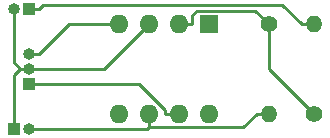
<source format=gbr>
%TF.GenerationSoftware,KiCad,Pcbnew,5.1.6-c6e7f7d~86~ubuntu20.04.1*%
%TF.CreationDate,2020-06-06T21:26:27+05:30*%
%TF.ProjectId,Inverting Amplifier,496e7665-7274-4696-9e67-20416d706c69,rev?*%
%TF.SameCoordinates,Original*%
%TF.FileFunction,Copper,L1,Top*%
%TF.FilePolarity,Positive*%
%FSLAX46Y46*%
G04 Gerber Fmt 4.6, Leading zero omitted, Abs format (unit mm)*
G04 Created by KiCad (PCBNEW 5.1.6-c6e7f7d~86~ubuntu20.04.1) date 2020-06-06 21:26:27*
%MOMM*%
%LPD*%
G01*
G04 APERTURE LIST*
%TA.AperFunction,ComponentPad*%
%ADD10O,1.000000X1.000000*%
%TD*%
%TA.AperFunction,ComponentPad*%
%ADD11R,1.000000X1.000000*%
%TD*%
%TA.AperFunction,ComponentPad*%
%ADD12R,1.600000X1.600000*%
%TD*%
%TA.AperFunction,ComponentPad*%
%ADD13O,1.600000X1.600000*%
%TD*%
%TA.AperFunction,ComponentPad*%
%ADD14C,1.400000*%
%TD*%
%TA.AperFunction,ComponentPad*%
%ADD15O,1.400000X1.400000*%
%TD*%
%TA.AperFunction,Conductor*%
%ADD16C,0.250000*%
%TD*%
G04 APERTURE END LIST*
D10*
%TO.P,J3,3*%
%TO.N,-12V*%
X113030000Y-90170000D03*
%TO.P,J3,2*%
%TO.N,GND*%
X113030000Y-91440000D03*
D11*
%TO.P,J3,1*%
%TO.N,+12V*%
X113030000Y-92710000D03*
%TD*%
D10*
%TO.P,J2,2*%
%TO.N,Net-(J2-Pad2)*%
X113030000Y-96520000D03*
D11*
%TO.P,J2,1*%
%TO.N,GND*%
X111760000Y-96520000D03*
%TD*%
D10*
%TO.P,J1,2*%
%TO.N,GND*%
X111760000Y-86360000D03*
D11*
%TO.P,J1,1*%
%TO.N,Net-(J1-Pad1)*%
X113030000Y-86360000D03*
%TD*%
D12*
%TO.P,U1,1*%
%TO.N,Net-(U1-Pad1)*%
X128270000Y-87630000D03*
D13*
%TO.P,U1,5*%
%TO.N,Net-(U1-Pad5)*%
X120650000Y-95250000D03*
%TO.P,U1,2*%
%TO.N,Net-(R1-Pad1)*%
X125730000Y-87630000D03*
%TO.P,U1,6*%
%TO.N,Net-(J2-Pad2)*%
X123190000Y-95250000D03*
%TO.P,U1,3*%
%TO.N,GND*%
X123190000Y-87630000D03*
%TO.P,U1,7*%
%TO.N,+12V*%
X125730000Y-95250000D03*
%TO.P,U1,4*%
%TO.N,-12V*%
X120650000Y-87630000D03*
%TO.P,U1,8*%
%TO.N,Net-(U1-Pad8)*%
X128270000Y-95250000D03*
%TD*%
D14*
%TO.P,R2,1*%
%TO.N,Net-(R1-Pad1)*%
X133350000Y-87630000D03*
D15*
%TO.P,R2,2*%
%TO.N,Net-(J2-Pad2)*%
X133350000Y-95250000D03*
%TD*%
%TO.P,R1,2*%
%TO.N,Net-(J1-Pad1)*%
X137160000Y-87630000D03*
D14*
%TO.P,R1,1*%
%TO.N,Net-(R1-Pad1)*%
X137160000Y-95250000D03*
%TD*%
D16*
%TO.N,GND*%
X119380000Y-91440000D02*
X123190000Y-87630000D01*
X113030000Y-91440000D02*
X119380000Y-91440000D01*
X112322894Y-91440000D02*
X113030000Y-91440000D01*
X111760000Y-92002894D02*
X112322894Y-91440000D01*
X111760000Y-96520000D02*
X111760000Y-92002894D01*
X111760000Y-90877106D02*
X112322894Y-91440000D01*
X111760000Y-86360000D02*
X111760000Y-90877106D01*
%TO.N,Net-(J1-Pad1)*%
X113030000Y-86360000D02*
X113855300Y-86360000D01*
X137160000Y-87630000D02*
X136134700Y-87630000D01*
X136134700Y-87630000D02*
X134507700Y-86003000D01*
X134507700Y-86003000D02*
X114212300Y-86003000D01*
X114212300Y-86003000D02*
X113855300Y-86360000D01*
%TO.N,Net-(J2-Pad2)*%
X132324700Y-95250000D02*
X131199400Y-96375300D01*
X131199400Y-96375300D02*
X123190000Y-96375300D01*
X123190000Y-96375300D02*
X123045300Y-96520000D01*
X123045300Y-96520000D02*
X113855300Y-96520000D01*
X123190000Y-95250000D02*
X123190000Y-96375300D01*
X113030000Y-96520000D02*
X113855300Y-96520000D01*
X133350000Y-95250000D02*
X132324700Y-95250000D01*
%TO.N,-12V*%
X113030000Y-90170000D02*
X113855300Y-90170000D01*
X120650000Y-87630000D02*
X116395300Y-87630000D01*
X116395300Y-87630000D02*
X113855300Y-90170000D01*
%TO.N,+12V*%
X125730000Y-95250000D02*
X124604700Y-95250000D01*
X124604700Y-95250000D02*
X124604700Y-94968700D01*
X124604700Y-94968700D02*
X122346000Y-92710000D01*
X122346000Y-92710000D02*
X113030000Y-92710000D01*
%TO.N,Net-(R1-Pad1)*%
X126855300Y-87630000D02*
X126855300Y-86926600D01*
X126855300Y-86926600D02*
X127277200Y-86504700D01*
X127277200Y-86504700D02*
X132224700Y-86504700D01*
X132224700Y-86504700D02*
X133350000Y-87630000D01*
X125730000Y-87630000D02*
X126855300Y-87630000D01*
X137160000Y-95250000D02*
X133350000Y-91440000D01*
X133350000Y-91440000D02*
X133350000Y-87630000D01*
%TD*%
M02*

</source>
